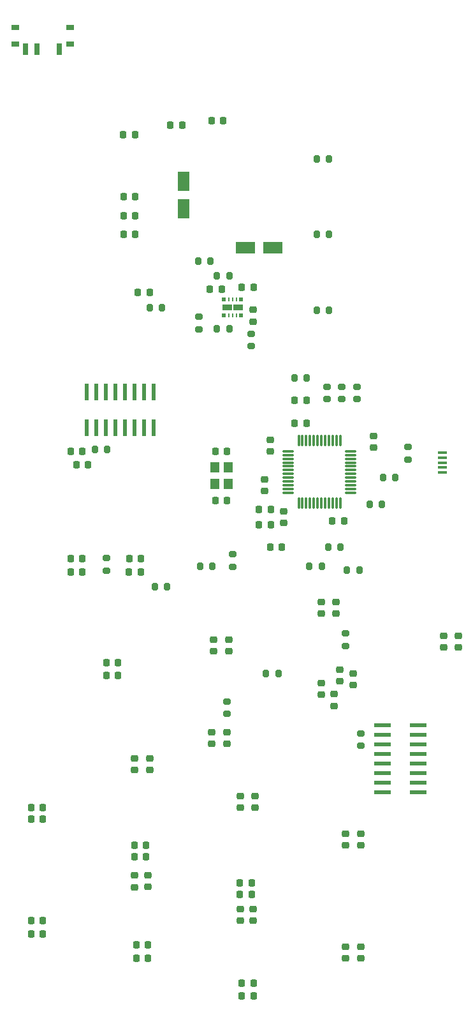
<source format=gtp>
G04 #@! TF.GenerationSoftware,KiCad,Pcbnew,7.0.7*
G04 #@! TF.CreationDate,2023-11-03T00:41:13-04:00*
G04 #@! TF.ProjectId,SeniorDesign,53656e69-6f72-4446-9573-69676e2e6b69,rev?*
G04 #@! TF.SameCoordinates,Original*
G04 #@! TF.FileFunction,Paste,Top*
G04 #@! TF.FilePolarity,Positive*
%FSLAX46Y46*%
G04 Gerber Fmt 4.6, Leading zero omitted, Abs format (unit mm)*
G04 Created by KiCad (PCBNEW 7.0.7) date 2023-11-03 00:41:13*
%MOMM*%
%LPD*%
G01*
G04 APERTURE LIST*
G04 Aperture macros list*
%AMRoundRect*
0 Rectangle with rounded corners*
0 $1 Rounding radius*
0 $2 $3 $4 $5 $6 $7 $8 $9 X,Y pos of 4 corners*
0 Add a 4 corners polygon primitive as box body*
4,1,4,$2,$3,$4,$5,$6,$7,$8,$9,$2,$3,0*
0 Add four circle primitives for the rounded corners*
1,1,$1+$1,$2,$3*
1,1,$1+$1,$4,$5*
1,1,$1+$1,$6,$7*
1,1,$1+$1,$8,$9*
0 Add four rect primitives between the rounded corners*
20,1,$1+$1,$2,$3,$4,$5,0*
20,1,$1+$1,$4,$5,$6,$7,0*
20,1,$1+$1,$6,$7,$8,$9,0*
20,1,$1+$1,$8,$9,$2,$3,0*%
G04 Aperture macros list end*
%ADD10RoundRect,0.200000X0.275000X-0.200000X0.275000X0.200000X-0.275000X0.200000X-0.275000X-0.200000X0*%
%ADD11RoundRect,0.200000X-0.200000X-0.275000X0.200000X-0.275000X0.200000X0.275000X-0.200000X0.275000X0*%
%ADD12RoundRect,0.225000X0.250000X-0.225000X0.250000X0.225000X-0.250000X0.225000X-0.250000X-0.225000X0*%
%ADD13RoundRect,0.225000X-0.225000X-0.250000X0.225000X-0.250000X0.225000X0.250000X-0.225000X0.250000X0*%
%ADD14RoundRect,0.225000X0.225000X0.250000X-0.225000X0.250000X-0.225000X-0.250000X0.225000X-0.250000X0*%
%ADD15RoundRect,0.250000X0.550000X-1.050000X0.550000X1.050000X-0.550000X1.050000X-0.550000X-1.050000X0*%
%ADD16RoundRect,0.200000X0.200000X0.275000X-0.200000X0.275000X-0.200000X-0.275000X0.200000X-0.275000X0*%
%ADD17R,0.558800X2.184400*%
%ADD18RoundRect,0.250000X-1.050000X-0.550000X1.050000X-0.550000X1.050000X0.550000X-1.050000X0.550000X0*%
%ADD19RoundRect,0.225000X-0.250000X0.225000X-0.250000X-0.225000X0.250000X-0.225000X0.250000X0.225000X0*%
%ADD20RoundRect,0.200000X-0.275000X0.200000X-0.275000X-0.200000X0.275000X-0.200000X0.275000X0.200000X0*%
%ADD21R,1.000000X0.800000*%
%ADD22R,0.700000X1.500000*%
%ADD23R,1.200000X1.400000*%
%ADD24R,2.184400X0.558800*%
%ADD25R,1.300000X0.450000*%
%ADD26RoundRect,0.218750X-0.256250X0.218750X-0.256250X-0.218750X0.256250X-0.218750X0.256250X0.218750X0*%
%ADD27R,0.558800X0.533400*%
%ADD28R,0.279400X0.533400*%
%ADD29RoundRect,0.075000X-0.662500X-0.075000X0.662500X-0.075000X0.662500X0.075000X-0.662500X0.075000X0*%
%ADD30RoundRect,0.075000X-0.075000X-0.662500X0.075000X-0.662500X0.075000X0.662500X-0.075000X0.662500X0*%
G04 APERTURE END LIST*
G36*
X61322526Y-57565800D02*
G01*
X60100126Y-57565800D01*
X60100126Y-56826000D01*
X61322526Y-56826000D01*
X61322526Y-57565800D01*
G37*
G36*
X59900126Y-57565800D02*
G01*
X58677726Y-57565800D01*
X58677726Y-56826000D01*
X59900126Y-56826000D01*
X59900126Y-57565800D01*
G37*
D10*
X59275000Y-111075000D03*
X59275000Y-109425000D03*
D11*
X64450000Y-105750000D03*
X66100000Y-105750000D03*
D12*
X75000000Y-143525000D03*
X75000000Y-141975000D03*
D13*
X46250000Y-90500000D03*
X47800000Y-90500000D03*
D12*
X64250000Y-81525000D03*
X64250000Y-79975000D03*
X48750000Y-134025000D03*
X48750000Y-132475000D03*
D10*
X55500000Y-60075000D03*
X55500000Y-58425000D03*
D14*
X53275000Y-33000000D03*
X51725000Y-33000000D03*
D15*
X53500000Y-44050000D03*
X53500000Y-40450000D03*
D16*
X59575000Y-60000000D03*
X57925000Y-60000000D03*
D10*
X62500000Y-62325000D03*
X62500000Y-60675000D03*
D13*
X33225000Y-140250000D03*
X34775000Y-140250000D03*
X43225000Y-104250000D03*
X44775000Y-104250000D03*
D12*
X63000000Y-123525000D03*
X63000000Y-121975000D03*
X75000000Y-128525000D03*
X75000000Y-126975000D03*
D17*
X40580000Y-68387800D03*
X41850000Y-68387800D03*
X43120000Y-68387800D03*
X44390000Y-68387800D03*
X45660000Y-68387800D03*
X46930000Y-68387800D03*
X48200000Y-68387800D03*
X49470000Y-68387800D03*
X49470000Y-73112200D03*
X48200000Y-73112200D03*
X46930000Y-73112200D03*
X45660000Y-73112200D03*
X44390000Y-73112200D03*
X43120000Y-73112200D03*
X41850000Y-73112200D03*
X40580000Y-73112200D03*
D18*
X65325000Y-49250000D03*
X61725000Y-49250000D03*
D13*
X57725000Y-76250000D03*
X59275000Y-76250000D03*
X61225000Y-146750000D03*
X62775000Y-146750000D03*
D10*
X72500000Y-69325000D03*
X72500000Y-67675000D03*
D16*
X72825000Y-37500000D03*
X71175000Y-37500000D03*
D13*
X46975000Y-128500000D03*
X48525000Y-128500000D03*
D19*
X59500000Y-101225000D03*
X59500000Y-102775000D03*
D12*
X61000000Y-138525000D03*
X61000000Y-136975000D03*
D16*
X72825000Y-47500000D03*
X71175000Y-47500000D03*
D13*
X45500000Y-42500000D03*
X47050000Y-42500000D03*
D14*
X74800000Y-85500000D03*
X73250000Y-85500000D03*
D20*
X43275000Y-90425000D03*
X43275000Y-92075000D03*
D21*
X38400000Y-22255000D03*
X38400000Y-20045000D03*
X31100000Y-22255000D03*
X31100000Y-20045000D03*
D22*
X37000000Y-22905000D03*
X34000000Y-22905000D03*
X32500000Y-22905000D03*
D12*
X62750000Y-59050000D03*
X62750000Y-57500000D03*
D14*
X40025000Y-90500000D03*
X38475000Y-90500000D03*
X58525000Y-54750000D03*
X56975000Y-54750000D03*
D13*
X61225000Y-54500000D03*
X62775000Y-54500000D03*
D14*
X47025000Y-34250000D03*
X45475000Y-34250000D03*
D16*
X43350000Y-76000000D03*
X41700000Y-76000000D03*
D10*
X76500000Y-69325000D03*
X76500000Y-67675000D03*
D19*
X71750000Y-106975000D03*
X71750000Y-108525000D03*
D11*
X55675000Y-91500000D03*
X57325000Y-91500000D03*
D23*
X57675000Y-78400000D03*
X57675000Y-80600000D03*
X59375000Y-80600000D03*
X59375000Y-78400000D03*
D12*
X77000000Y-128525000D03*
X77000000Y-126975000D03*
D10*
X74500000Y-69325000D03*
X74500000Y-67675000D03*
D12*
X65025000Y-76275000D03*
X65025000Y-74725000D03*
D19*
X74250000Y-105225000D03*
X74250000Y-106775000D03*
D13*
X46225000Y-92250000D03*
X47775000Y-92250000D03*
D16*
X72825000Y-57512314D03*
X71175000Y-57512314D03*
D14*
X40025000Y-92250000D03*
X38475000Y-92250000D03*
D11*
X55425000Y-51000000D03*
X57075000Y-51000000D03*
D12*
X90000000Y-102275000D03*
X90000000Y-100725000D03*
D19*
X78750000Y-74225000D03*
X78750000Y-75775000D03*
D13*
X57225000Y-32400000D03*
X58775000Y-32400000D03*
X45500000Y-47500000D03*
X47050000Y-47500000D03*
X47225000Y-143500000D03*
X48775000Y-143500000D03*
D11*
X68200000Y-66500000D03*
X69850000Y-66500000D03*
D13*
X33225000Y-125000000D03*
X34775000Y-125000000D03*
X38475000Y-76250000D03*
X40025000Y-76250000D03*
D24*
X79912800Y-112555000D03*
X79912800Y-113825000D03*
X79912800Y-115095000D03*
X79912800Y-116365000D03*
X79912800Y-117635000D03*
X79912800Y-118905000D03*
X79912800Y-120175000D03*
X79912800Y-121445000D03*
X84637200Y-121445000D03*
X84637200Y-120175000D03*
X84637200Y-118905000D03*
X84637200Y-117635000D03*
X84637200Y-116365000D03*
X84637200Y-115095000D03*
X84637200Y-113825000D03*
X84637200Y-112555000D03*
D12*
X49000000Y-118525000D03*
X49000000Y-116975000D03*
D16*
X81600000Y-79750000D03*
X79950000Y-79750000D03*
D14*
X48975000Y-55200000D03*
X47425000Y-55200000D03*
D13*
X60975000Y-133500000D03*
X62525000Y-133500000D03*
X43225000Y-106000000D03*
X44775000Y-106000000D03*
X39225000Y-78000000D03*
X40775000Y-78000000D03*
D12*
X73750000Y-97775000D03*
X73750000Y-96225000D03*
D25*
X87845000Y-79050000D03*
X87845000Y-78400000D03*
X87845000Y-77750000D03*
X87845000Y-77100000D03*
X87845000Y-76450000D03*
D26*
X66775000Y-84212500D03*
X66775000Y-85787500D03*
D11*
X49675000Y-94250000D03*
X51325000Y-94250000D03*
X70200000Y-91500000D03*
X71850000Y-91500000D03*
D10*
X60000000Y-91575000D03*
X60000000Y-89925000D03*
D12*
X47000000Y-118525000D03*
X47000000Y-116975000D03*
X88000000Y-102275000D03*
X88000000Y-100725000D03*
D27*
X61137627Y-56141800D03*
D28*
X60500252Y-56141800D03*
X60000126Y-56141800D03*
X59500000Y-56141800D03*
D27*
X58862625Y-56141800D03*
X58862625Y-58250000D03*
D28*
X59500000Y-58250000D03*
X60000126Y-58250000D03*
X60500252Y-58250000D03*
D27*
X61137627Y-58250000D03*
D12*
X62750000Y-138525000D03*
X62750000Y-136975000D03*
D14*
X59275000Y-82750000D03*
X57725000Y-82750000D03*
X65050000Y-84000000D03*
X63500000Y-84000000D03*
D19*
X57250000Y-113475000D03*
X57250000Y-115025000D03*
D20*
X83250000Y-75675000D03*
X83250000Y-77325000D03*
D13*
X68250000Y-69500000D03*
X69800000Y-69500000D03*
D11*
X72675000Y-89000000D03*
X74325000Y-89000000D03*
D19*
X59250000Y-113475000D03*
X59250000Y-115025000D03*
D12*
X77000000Y-143525000D03*
X77000000Y-141975000D03*
X47000000Y-134050000D03*
X47000000Y-132500000D03*
D13*
X68250000Y-72500000D03*
X69800000Y-72500000D03*
X47225000Y-141750000D03*
X48775000Y-141750000D03*
D29*
X67362500Y-76250000D03*
X67362500Y-76750000D03*
X67362500Y-77250000D03*
X67362500Y-77750000D03*
X67362500Y-78250000D03*
X67362500Y-78750000D03*
X67362500Y-79250000D03*
X67362500Y-79750000D03*
X67362500Y-80250000D03*
X67362500Y-80750000D03*
X67362500Y-81250000D03*
X67362500Y-81750000D03*
D30*
X68775000Y-83162500D03*
X69275000Y-83162500D03*
X69775000Y-83162500D03*
X70275000Y-83162500D03*
X70775000Y-83162500D03*
X71275000Y-83162500D03*
X71775000Y-83162500D03*
X72275000Y-83162500D03*
X72775000Y-83162500D03*
X73275000Y-83162500D03*
X73775000Y-83162500D03*
X74275000Y-83162500D03*
D29*
X75687500Y-81750000D03*
X75687500Y-81250000D03*
X75687500Y-80750000D03*
X75687500Y-80250000D03*
X75687500Y-79750000D03*
X75687500Y-79250000D03*
X75687500Y-78750000D03*
X75687500Y-78250000D03*
X75687500Y-77750000D03*
X75687500Y-77250000D03*
X75687500Y-76750000D03*
X75687500Y-76250000D03*
D30*
X74275000Y-74837500D03*
X73775000Y-74837500D03*
X73275000Y-74837500D03*
X72775000Y-74837500D03*
X72275000Y-74837500D03*
X71775000Y-74837500D03*
X71275000Y-74837500D03*
X70775000Y-74837500D03*
X70275000Y-74837500D03*
X69775000Y-74837500D03*
X69275000Y-74837500D03*
X68775000Y-74837500D03*
D13*
X33225000Y-123500000D03*
X34775000Y-123500000D03*
D12*
X61000000Y-123525000D03*
X61000000Y-121975000D03*
D13*
X61225000Y-148500000D03*
X62775000Y-148500000D03*
D19*
X76000000Y-105725000D03*
X76000000Y-107275000D03*
X57500000Y-101225000D03*
X57500000Y-102775000D03*
D13*
X60975000Y-135000000D03*
X62525000Y-135000000D03*
D12*
X73500000Y-110025000D03*
X73500000Y-108475000D03*
D13*
X33225000Y-138500000D03*
X34775000Y-138500000D03*
D16*
X59575000Y-53000000D03*
X57925000Y-53000000D03*
D20*
X75000000Y-100425000D03*
X75000000Y-102075000D03*
D11*
X75200000Y-92000000D03*
X76850000Y-92000000D03*
D14*
X66525000Y-89000000D03*
X64975000Y-89000000D03*
D16*
X79850000Y-83250000D03*
X78200000Y-83250000D03*
D14*
X65050000Y-86000000D03*
X63500000Y-86000000D03*
D13*
X45500000Y-45000000D03*
X47050000Y-45000000D03*
D10*
X77025000Y-115325000D03*
X77025000Y-113675000D03*
D11*
X48975000Y-57200000D03*
X50625000Y-57200000D03*
D12*
X71750000Y-97775000D03*
X71750000Y-96225000D03*
D13*
X46975000Y-130000000D03*
X48525000Y-130000000D03*
M02*

</source>
